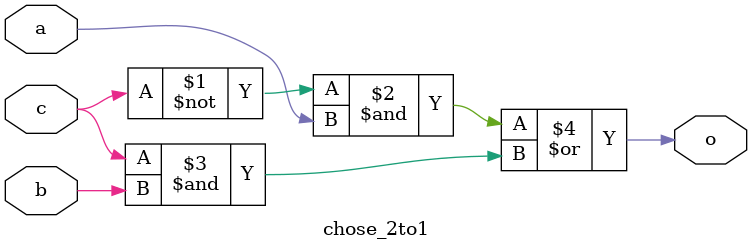
<source format=v>
module chose_2to1(
      input a,// 0
      input b,// 1
      input c,
      output o
);
      assign o = (~c & a) | (c & b);
endmodule

</source>
